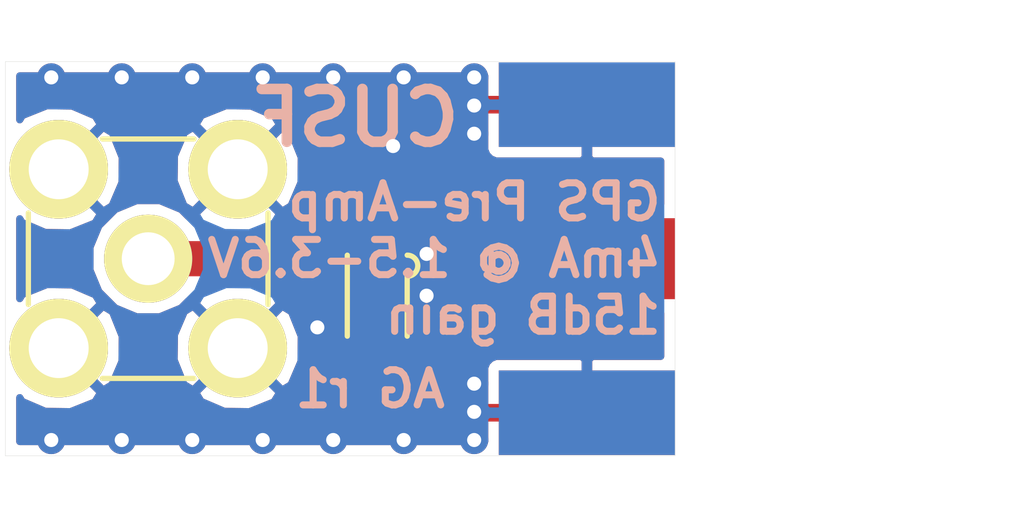
<source format=kicad_pcb>
(kicad_pcb (version 4) (host pcbnew 4.1.0-alpha+201605071002+6776~44~ubuntu14.04.1-product)

  (general
    (links 28)
    (no_connects 0)
    (area 125.594999 92.5425 155.055001 107.7425)
    (thickness 1.6)
    (drawings 7)
    (tracks 82)
    (zones 0)
    (modules 11)
    (nets 10)
  )

  (page A4)
  (title_block
    (title "GPS Filter & Preamp")
    (date 2016-05-29)
    (rev 1)
    (company "CU Spaceflight")
    (comment 1 "Drawn By: Adam Greig")
  )

  (layers
    (0 F.Cu signal)
    (31 B.Cu signal)
    (32 B.Adhes user)
    (33 F.Adhes user)
    (34 B.Paste user)
    (35 F.Paste user)
    (36 B.SilkS user)
    (37 F.SilkS user)
    (38 B.Mask user)
    (39 F.Mask user)
    (40 Dwgs.User user)
    (41 Cmts.User user)
    (42 Eco1.User user)
    (43 Eco2.User user)
    (44 Edge.Cuts user)
    (45 Margin user)
    (46 B.CrtYd user)
    (47 F.CrtYd user)
    (48 B.Fab user)
    (49 F.Fab user)
  )

  (setup
    (last_trace_width 0.25)
    (user_trace_width 0.25)
    (user_trace_width 0.4)
    (user_trace_width 0.5)
    (trace_clearance 0.2)
    (zone_clearance 0.3)
    (zone_45_only no)
    (trace_min 0.2)
    (segment_width 0.2)
    (edge_width 0.01)
    (via_size 0.6)
    (via_drill 0.4)
    (via_min_size 0.4)
    (via_min_drill 0.3)
    (user_via 0.8 0.4)
    (uvia_size 0.3)
    (uvia_drill 0.1)
    (uvias_allowed no)
    (uvia_min_size 0.2)
    (uvia_min_drill 0.1)
    (pcb_text_width 0.3)
    (pcb_text_size 1.5 1.5)
    (mod_edge_width 0.15)
    (mod_text_size 1 1)
    (mod_text_width 0.15)
    (pad_size 1.524 1.524)
    (pad_drill 0.762)
    (pad_to_mask_clearance 0)
    (aux_axis_origin 0 0)
    (visible_elements FFFFFF7F)
    (pcbplotparams
      (layerselection 0x010f0_ffffffff)
      (usegerberextensions true)
      (excludeedgelayer true)
      (linewidth 0.100000)
      (plotframeref false)
      (viasonmask false)
      (mode 1)
      (useauxorigin false)
      (hpglpennumber 1)
      (hpglpenspeed 20)
      (hpglpendiameter 15)
      (psnegative false)
      (psa4output false)
      (plotreference true)
      (plotvalue true)
      (plotinvisibletext false)
      (padsonsilk false)
      (subtractmaskfromsilk true)
      (outputformat 1)
      (mirror false)
      (drillshape 0)
      (scaleselection 1)
      (outputdirectory gerbers/))
  )

  (net 0 "")
  (net 1 "Net-(C1-Pad1)")
  (net 2 GND)
  (net 3 "Net-(C3-Pad1)")
  (net 4 "Net-(C3-Pad2)")
  (net 5 "Net-(IC1-Pad3)")
  (net 6 "Net-(IC1-Pad4)")
  (net 7 "Net-(IC1-Pad5)")
  (net 8 "Net-(L3-Pad2)")
  (net 9 "Net-(L4-Pad2)")

  (net_class Default "This is the default net class."
    (clearance 0.2)
    (trace_width 0.25)
    (via_dia 0.6)
    (via_drill 0.4)
    (uvia_dia 0.3)
    (uvia_drill 0.1)
    (add_net GND)
    (add_net "Net-(C1-Pad1)")
    (add_net "Net-(C3-Pad1)")
    (add_net "Net-(C3-Pad2)")
    (add_net "Net-(IC1-Pad3)")
    (add_net "Net-(IC1-Pad4)")
    (add_net "Net-(IC1-Pad5)")
    (add_net "Net-(L3-Pad2)")
    (add_net "Net-(L4-Pad2)")
  )

  (module agg:0402 (layer F.Cu) (tedit 56836635) (tstamp 574B4A6C)
    (at 136.5 97.65)
    (path /574B3A04)
    (fp_text reference C1 (at -1.71 0 90) (layer F.Fab)
      (effects (font (size 1 1) (thickness 0.15)))
    )
    (fp_text value 1µ (at 1.71 0 90) (layer F.Fab)
      (effects (font (size 1 1) (thickness 0.15)))
    )
    (fp_line (start -0.5 -0.25) (end 0.5 -0.25) (layer F.Fab) (width 0.01))
    (fp_line (start 0.5 -0.25) (end 0.5 0.25) (layer F.Fab) (width 0.01))
    (fp_line (start 0.5 0.25) (end -0.5 0.25) (layer F.Fab) (width 0.01))
    (fp_line (start -0.5 0.25) (end -0.5 -0.25) (layer F.Fab) (width 0.01))
    (fp_line (start -0.2 -0.25) (end -0.2 0.25) (layer F.Fab) (width 0.01))
    (fp_line (start 0.2 -0.25) (end 0.2 0.25) (layer F.Fab) (width 0.01))
    (fp_line (start -1.05 -0.6) (end 1.05 -0.6) (layer F.CrtYd) (width 0.01))
    (fp_line (start 1.05 -0.6) (end 1.05 0.6) (layer F.CrtYd) (width 0.01))
    (fp_line (start 1.05 0.6) (end -1.05 0.6) (layer F.CrtYd) (width 0.01))
    (fp_line (start -1.05 0.6) (end -1.05 -0.6) (layer F.CrtYd) (width 0.01))
    (pad 1 smd rect (at -0.45 0) (size 0.62 0.62) (layers F.Cu F.Paste F.Mask)
      (net 1 "Net-(C1-Pad1)"))
    (pad 2 smd rect (at 0.45 0) (size 0.62 0.62) (layers F.Cu F.Paste F.Mask)
      (net 2 GND))
  )

  (module agg:0402 (layer F.Cu) (tedit 56836635) (tstamp 574B4A7C)
    (at 136.5 98.85)
    (path /574B3698)
    (fp_text reference C2 (at -1.71 0 90) (layer F.Fab)
      (effects (font (size 1 1) (thickness 0.15)))
    )
    (fp_text value 100n (at 1.71 0 90) (layer F.Fab)
      (effects (font (size 1 1) (thickness 0.15)))
    )
    (fp_line (start -0.5 -0.25) (end 0.5 -0.25) (layer F.Fab) (width 0.01))
    (fp_line (start 0.5 -0.25) (end 0.5 0.25) (layer F.Fab) (width 0.01))
    (fp_line (start 0.5 0.25) (end -0.5 0.25) (layer F.Fab) (width 0.01))
    (fp_line (start -0.5 0.25) (end -0.5 -0.25) (layer F.Fab) (width 0.01))
    (fp_line (start -0.2 -0.25) (end -0.2 0.25) (layer F.Fab) (width 0.01))
    (fp_line (start 0.2 -0.25) (end 0.2 0.25) (layer F.Fab) (width 0.01))
    (fp_line (start -1.05 -0.6) (end 1.05 -0.6) (layer F.CrtYd) (width 0.01))
    (fp_line (start 1.05 -0.6) (end 1.05 0.6) (layer F.CrtYd) (width 0.01))
    (fp_line (start 1.05 0.6) (end -1.05 0.6) (layer F.CrtYd) (width 0.01))
    (fp_line (start -1.05 0.6) (end -1.05 -0.6) (layer F.CrtYd) (width 0.01))
    (pad 1 smd rect (at -0.45 0) (size 0.62 0.62) (layers F.Cu F.Paste F.Mask)
      (net 1 "Net-(C1-Pad1)"))
    (pad 2 smd rect (at 0.45 0) (size 0.62 0.62) (layers F.Cu F.Paste F.Mask)
      (net 2 GND))
  )

  (module agg:0402 (layer F.Cu) (tedit 56836635) (tstamp 574B4A8C)
    (at 138.65 102.05)
    (path /574B3B1F)
    (fp_text reference C3 (at -1.71 0 90) (layer F.Fab)
      (effects (font (size 1 1) (thickness 0.15)))
    )
    (fp_text value 200p (at 1.71 0 90) (layer F.Fab)
      (effects (font (size 1 1) (thickness 0.15)))
    )
    (fp_line (start -0.5 -0.25) (end 0.5 -0.25) (layer F.Fab) (width 0.01))
    (fp_line (start 0.5 -0.25) (end 0.5 0.25) (layer F.Fab) (width 0.01))
    (fp_line (start 0.5 0.25) (end -0.5 0.25) (layer F.Fab) (width 0.01))
    (fp_line (start -0.5 0.25) (end -0.5 -0.25) (layer F.Fab) (width 0.01))
    (fp_line (start -0.2 -0.25) (end -0.2 0.25) (layer F.Fab) (width 0.01))
    (fp_line (start 0.2 -0.25) (end 0.2 0.25) (layer F.Fab) (width 0.01))
    (fp_line (start -1.05 -0.6) (end 1.05 -0.6) (layer F.CrtYd) (width 0.01))
    (fp_line (start 1.05 -0.6) (end 1.05 0.6) (layer F.CrtYd) (width 0.01))
    (fp_line (start 1.05 0.6) (end -1.05 0.6) (layer F.CrtYd) (width 0.01))
    (fp_line (start -1.05 0.6) (end -1.05 -0.6) (layer F.CrtYd) (width 0.01))
    (pad 1 smd rect (at -0.45 0) (size 0.62 0.62) (layers F.Cu F.Paste F.Mask)
      (net 3 "Net-(C3-Pad1)"))
    (pad 2 smd rect (at 0.45 0) (size 0.62 0.62) (layers F.Cu F.Paste F.Mask)
      (net 4 "Net-(C3-Pad2)"))
  )

  (module agg:DFN-6-EP-BGM (layer F.Cu) (tedit 574B1A21) (tstamp 574B4AB9)
    (at 136.5 101.05 270)
    (path /574B34E4)
    (fp_text reference IC1 (at 0 -1.8 270) (layer F.Fab)
      (effects (font (size 1 1) (thickness 0.15)))
    )
    (fp_text value BGM1043N7 (at 0 1.8 270) (layer F.Fab)
      (effects (font (size 1 1) (thickness 0.15)))
    )
    (fp_line (start -1.15 -0.85) (end 1.15 -0.85) (layer F.Fab) (width 0.01))
    (fp_line (start 1.15 -0.85) (end 1.15 0.85) (layer F.Fab) (width 0.01))
    (fp_line (start 1.15 0.85) (end -1.15 0.85) (layer F.Fab) (width 0.01))
    (fp_line (start -1.15 0.85) (end -1.15 -0.85) (layer F.Fab) (width 0.01))
    (fp_circle (center -0.35 -0.05) (end -0.35 0.35) (layer F.Fab) (width 0.01))
    (fp_line (start -0.84 -0.6775) (end -1.15 -0.6775) (layer F.Fab) (width 0.01))
    (fp_line (start -1.15 -0.4025) (end -0.84 -0.4025) (layer F.Fab) (width 0.01))
    (fp_line (start -0.84 -0.4025) (end -0.84 -0.6775) (layer F.Fab) (width 0.01))
    (fp_line (start -0.84 -0.1375) (end -1.15 -0.1375) (layer F.Fab) (width 0.01))
    (fp_line (start -1.15 0.1375) (end -0.84 0.1375) (layer F.Fab) (width 0.01))
    (fp_line (start -0.84 0.1375) (end -0.84 -0.1375) (layer F.Fab) (width 0.01))
    (fp_line (start -0.84 0.4025) (end -1.15 0.4025) (layer F.Fab) (width 0.01))
    (fp_line (start -1.15 0.6775) (end -0.84 0.6775) (layer F.Fab) (width 0.01))
    (fp_line (start -0.84 0.6775) (end -0.84 0.4025) (layer F.Fab) (width 0.01))
    (fp_line (start 1.15 0.4025) (end 0.84 0.4025) (layer F.Fab) (width 0.01))
    (fp_line (start 0.84 0.4025) (end 0.84 0.6775) (layer F.Fab) (width 0.01))
    (fp_line (start 0.84 0.6775) (end 1.15 0.6775) (layer F.Fab) (width 0.01))
    (fp_line (start 1.15 -0.1375) (end 0.84 -0.1375) (layer F.Fab) (width 0.01))
    (fp_line (start 0.84 -0.1375) (end 0.84 0.1375) (layer F.Fab) (width 0.01))
    (fp_line (start 0.84 0.1375) (end 1.15 0.1375) (layer F.Fab) (width 0.01))
    (fp_line (start 1.15 -0.6775) (end 0.84 -0.6775) (layer F.Fab) (width 0.01))
    (fp_line (start 0.84 -0.6775) (end 0.84 -0.4025) (layer F.Fab) (width 0.01))
    (fp_line (start 0.84 -0.4025) (end 1.15 -0.4025) (layer F.Fab) (width 0.01))
    (fp_line (start -0.55 -0.85) (end 1.15 -0.85) (layer F.SilkS) (width 0.15))
    (fp_line (start -1.15 0.85) (end 1.15 0.85) (layer F.SilkS) (width 0.15))
    (fp_arc (start -0.85 -0.85) (end -1.15 -0.85) (angle 180) (layer F.SilkS) (width 0.15))
    (fp_line (start -1.6 -1.1) (end 1.6 -1.1) (layer F.CrtYd) (width 0.01))
    (fp_line (start 1.6 -1.1) (end 1.6 1.1) (layer F.CrtYd) (width 0.01))
    (fp_line (start 1.6 1.1) (end -1.6 1.1) (layer F.CrtYd) (width 0.01))
    (fp_line (start -1.6 1.1) (end -1.6 -1.1) (layer F.CrtYd) (width 0.01))
    (pad 1 smd rect (at -1.09 -0.54 270) (size 0.5 0.28) (layers F.Cu F.Paste F.Mask)
      (net 1 "Net-(C1-Pad1)"))
    (pad 2 smd rect (at -1.09 0 270) (size 0.5 0.28) (layers F.Cu F.Paste F.Mask)
      (net 1 "Net-(C1-Pad1)"))
    (pad 3 smd rect (at -1.09 0.54 270) (size 0.5 0.28) (layers F.Cu F.Paste F.Mask)
      (net 5 "Net-(IC1-Pad3)"))
    (pad 4 smd rect (at 1.09 0.54 270) (size 0.5 0.28) (layers F.Cu F.Paste F.Mask)
      (net 6 "Net-(IC1-Pad4)"))
    (pad 5 smd rect (at 1.09 0 270) (size 0.5 0.28) (layers F.Cu F.Paste F.Mask)
      (net 7 "Net-(IC1-Pad5)"))
    (pad 6 smd rect (at 1.09 -0.54 270) (size 0.5 0.28) (layers F.Cu F.Paste F.Mask)
      (net 3 "Net-(C3-Pad1)"))
    (pad EP smd rect (at -0.35 -0.35 270) (size 0.5 0.5) (layers F.Cu F.Paste)
      (net 2 GND) (solder_paste_margin 0.001))
    (pad EP smd rect (at -0.35 0.35 270) (size 0.5 0.5) (layers F.Cu F.Paste)
      (net 2 GND) (solder_paste_margin 0.001))
    (pad EP smd rect (at 0.35 -0.35 270) (size 0.5 0.5) (layers F.Cu F.Paste)
      (net 2 GND) (solder_paste_margin 0.001))
    (pad EP smd rect (at 0.35 0.35 270) (size 0.5 0.5) (layers F.Cu F.Paste)
      (net 2 GND) (solder_paste_margin 0.001))
    (pad EP smd rect (at 0 0 270) (size 1.28 1.5) (layers F.Cu F.Mask)
      (net 2 GND) (solder_mask_margin 0.001))
  )

  (module agg:0402 (layer F.Cu) (tedit 56836635) (tstamp 574B4AC9)
    (at 134.8 100.5 270)
    (path /574B367B)
    (fp_text reference L1 (at -1.71 0) (layer F.Fab)
      (effects (font (size 1 1) (thickness 0.15)))
    )
    (fp_text value 9n1 (at 1.71 0) (layer F.Fab)
      (effects (font (size 1 1) (thickness 0.15)))
    )
    (fp_line (start -0.5 -0.25) (end 0.5 -0.25) (layer F.Fab) (width 0.01))
    (fp_line (start 0.5 -0.25) (end 0.5 0.25) (layer F.Fab) (width 0.01))
    (fp_line (start 0.5 0.25) (end -0.5 0.25) (layer F.Fab) (width 0.01))
    (fp_line (start -0.5 0.25) (end -0.5 -0.25) (layer F.Fab) (width 0.01))
    (fp_line (start -0.2 -0.25) (end -0.2 0.25) (layer F.Fab) (width 0.01))
    (fp_line (start 0.2 -0.25) (end 0.2 0.25) (layer F.Fab) (width 0.01))
    (fp_line (start -1.05 -0.6) (end 1.05 -0.6) (layer F.CrtYd) (width 0.01))
    (fp_line (start 1.05 -0.6) (end 1.05 0.6) (layer F.CrtYd) (width 0.01))
    (fp_line (start 1.05 0.6) (end -1.05 0.6) (layer F.CrtYd) (width 0.01))
    (fp_line (start -1.05 0.6) (end -1.05 -0.6) (layer F.CrtYd) (width 0.01))
    (pad 1 smd rect (at -0.45 0 270) (size 0.62 0.62) (layers F.Cu F.Paste F.Mask)
      (net 5 "Net-(IC1-Pad3)"))
    (pad 2 smd rect (at 0.45 0 270) (size 0.62 0.62) (layers F.Cu F.Paste F.Mask)
      (net 2 GND))
  )

  (module agg:0402 (layer F.Cu) (tedit 56836635) (tstamp 574B4AD9)
    (at 136.5 103.25)
    (path /574B38A5)
    (fp_text reference L2 (at -1.71 0 90) (layer F.Fab)
      (effects (font (size 1 1) (thickness 0.15)))
    )
    (fp_text value 8n2 (at 1.71 0 90) (layer F.Fab)
      (effects (font (size 1 1) (thickness 0.15)))
    )
    (fp_line (start -0.5 -0.25) (end 0.5 -0.25) (layer F.Fab) (width 0.01))
    (fp_line (start 0.5 -0.25) (end 0.5 0.25) (layer F.Fab) (width 0.01))
    (fp_line (start 0.5 0.25) (end -0.5 0.25) (layer F.Fab) (width 0.01))
    (fp_line (start -0.5 0.25) (end -0.5 -0.25) (layer F.Fab) (width 0.01))
    (fp_line (start -0.2 -0.25) (end -0.2 0.25) (layer F.Fab) (width 0.01))
    (fp_line (start 0.2 -0.25) (end 0.2 0.25) (layer F.Fab) (width 0.01))
    (fp_line (start -1.05 -0.6) (end 1.05 -0.6) (layer F.CrtYd) (width 0.01))
    (fp_line (start 1.05 -0.6) (end 1.05 0.6) (layer F.CrtYd) (width 0.01))
    (fp_line (start 1.05 0.6) (end -1.05 0.6) (layer F.CrtYd) (width 0.01))
    (fp_line (start -1.05 0.6) (end -1.05 -0.6) (layer F.CrtYd) (width 0.01))
    (pad 1 smd rect (at -0.45 0) (size 0.62 0.62) (layers F.Cu F.Paste F.Mask)
      (net 6 "Net-(IC1-Pad4)"))
    (pad 2 smd rect (at 0.45 0) (size 0.62 0.62) (layers F.Cu F.Paste F.Mask)
      (net 7 "Net-(IC1-Pad5)"))
  )

  (module agg:0402 (layer F.Cu) (tedit 56836635) (tstamp 574B4AE9)
    (at 138.2 97.1 270)
    (path /574B4340)
    (fp_text reference L3 (at -1.71 0) (layer F.Fab)
      (effects (font (size 1 1) (thickness 0.15)))
    )
    (fp_text value 92n (at 1.71 0) (layer F.Fab)
      (effects (font (size 1 1) (thickness 0.15)))
    )
    (fp_line (start -0.5 -0.25) (end 0.5 -0.25) (layer F.Fab) (width 0.01))
    (fp_line (start 0.5 -0.25) (end 0.5 0.25) (layer F.Fab) (width 0.01))
    (fp_line (start 0.5 0.25) (end -0.5 0.25) (layer F.Fab) (width 0.01))
    (fp_line (start -0.5 0.25) (end -0.5 -0.25) (layer F.Fab) (width 0.01))
    (fp_line (start -0.2 -0.25) (end -0.2 0.25) (layer F.Fab) (width 0.01))
    (fp_line (start 0.2 -0.25) (end 0.2 0.25) (layer F.Fab) (width 0.01))
    (fp_line (start -1.05 -0.6) (end 1.05 -0.6) (layer F.CrtYd) (width 0.01))
    (fp_line (start 1.05 -0.6) (end 1.05 0.6) (layer F.CrtYd) (width 0.01))
    (fp_line (start 1.05 0.6) (end -1.05 0.6) (layer F.CrtYd) (width 0.01))
    (fp_line (start -1.05 0.6) (end -1.05 -0.6) (layer F.CrtYd) (width 0.01))
    (pad 1 smd rect (at -0.45 0 270) (size 0.62 0.62) (layers F.Cu F.Paste F.Mask)
      (net 1 "Net-(C1-Pad1)"))
    (pad 2 smd rect (at 0.45 0 270) (size 0.62 0.62) (layers F.Cu F.Paste F.Mask)
      (net 8 "Net-(L3-Pad2)"))
  )

  (module agg:0402 (layer F.Cu) (tedit 56836635) (tstamp 574B4AF9)
    (at 138.65 98.75)
    (path /574B3CD1)
    (fp_text reference L4 (at -1.71 0 90) (layer F.Fab)
      (effects (font (size 1 1) (thickness 0.15)))
    )
    (fp_text value 92n (at 1.71 0 90) (layer F.Fab)
      (effects (font (size 1 1) (thickness 0.15)))
    )
    (fp_line (start -0.5 -0.25) (end 0.5 -0.25) (layer F.Fab) (width 0.01))
    (fp_line (start 0.5 -0.25) (end 0.5 0.25) (layer F.Fab) (width 0.01))
    (fp_line (start 0.5 0.25) (end -0.5 0.25) (layer F.Fab) (width 0.01))
    (fp_line (start -0.5 0.25) (end -0.5 -0.25) (layer F.Fab) (width 0.01))
    (fp_line (start -0.2 -0.25) (end -0.2 0.25) (layer F.Fab) (width 0.01))
    (fp_line (start 0.2 -0.25) (end 0.2 0.25) (layer F.Fab) (width 0.01))
    (fp_line (start -1.05 -0.6) (end 1.05 -0.6) (layer F.CrtYd) (width 0.01))
    (fp_line (start 1.05 -0.6) (end 1.05 0.6) (layer F.CrtYd) (width 0.01))
    (fp_line (start 1.05 0.6) (end -1.05 0.6) (layer F.CrtYd) (width 0.01))
    (fp_line (start -1.05 0.6) (end -1.05 -0.6) (layer F.CrtYd) (width 0.01))
    (pad 1 smd rect (at -0.45 0) (size 0.62 0.62) (layers F.Cu F.Paste F.Mask)
      (net 8 "Net-(L3-Pad2)"))
    (pad 2 smd rect (at 0.45 0) (size 0.62 0.62) (layers F.Cu F.Paste F.Mask)
      (net 9 "Net-(L4-Pad2)"))
  )

  (module agg:0402 (layer F.Cu) (tedit 56836635) (tstamp 574B4B09)
    (at 139.1 100.4 270)
    (path /574B3BD7)
    (fp_text reference L5 (at -1.71 0) (layer F.Fab)
      (effects (font (size 1 1) (thickness 0.15)))
    )
    (fp_text value 92n (at 1.71 0) (layer F.Fab)
      (effects (font (size 1 1) (thickness 0.15)))
    )
    (fp_line (start -0.5 -0.25) (end 0.5 -0.25) (layer F.Fab) (width 0.01))
    (fp_line (start 0.5 -0.25) (end 0.5 0.25) (layer F.Fab) (width 0.01))
    (fp_line (start 0.5 0.25) (end -0.5 0.25) (layer F.Fab) (width 0.01))
    (fp_line (start -0.5 0.25) (end -0.5 -0.25) (layer F.Fab) (width 0.01))
    (fp_line (start -0.2 -0.25) (end -0.2 0.25) (layer F.Fab) (width 0.01))
    (fp_line (start 0.2 -0.25) (end 0.2 0.25) (layer F.Fab) (width 0.01))
    (fp_line (start -1.05 -0.6) (end 1.05 -0.6) (layer F.CrtYd) (width 0.01))
    (fp_line (start 1.05 -0.6) (end 1.05 0.6) (layer F.CrtYd) (width 0.01))
    (fp_line (start 1.05 0.6) (end -1.05 0.6) (layer F.CrtYd) (width 0.01))
    (fp_line (start -1.05 0.6) (end -1.05 -0.6) (layer F.CrtYd) (width 0.01))
    (pad 1 smd rect (at -0.45 0 270) (size 0.62 0.62) (layers F.Cu F.Paste F.Mask)
      (net 9 "Net-(L4-Pad2)"))
    (pad 2 smd rect (at 0.45 0 270) (size 0.62 0.62) (layers F.Cu F.Paste F.Mask)
      (net 4 "Net-(C3-Pad2)"))
  )

  (module agg:SMA-PTH (layer F.Cu) (tedit 574B4554) (tstamp 574B4B53)
    (at 130 100)
    (path /574B353C)
    (fp_text reference P2 (at 0.05 -4.75) (layer F.Fab)
      (effects (font (size 1 1) (thickness 0.15)))
    )
    (fp_text value ANTENNA (at 0 4.85) (layer F.Fab)
      (effects (font (size 1 1) (thickness 0.15)))
    )
    (fp_line (start -1.3 3.4) (end 1.3 3.4) (layer F.SilkS) (width 0.15))
    (fp_line (start -3.4 -1.3) (end -3.4 1.3) (layer F.SilkS) (width 0.15))
    (fp_line (start 3.4 -1.3) (end 3.4 1.3) (layer F.SilkS) (width 0.15))
    (fp_line (start -1.3 -3.4) (end 1.3 -3.4) (layer F.SilkS) (width 0.15))
    (fp_line (start -4.2 4.2) (end -4.2 -4.2) (layer F.CrtYd) (width 0.01))
    (fp_line (start 4.2 4.2) (end -4.2 4.2) (layer F.CrtYd) (width 0.01))
    (fp_line (start 4.2 -4.2) (end 4.2 4.2) (layer F.CrtYd) (width 0.01))
    (fp_line (start -4.2 -4.2) (end 4.2 -4.2) (layer F.CrtYd) (width 0.01))
    (fp_line (start 2.05 3.05) (end 2.05 2.05) (layer F.Fab) (width 0.01))
    (fp_line (start 3.05 3.05) (end 2.05 3.05) (layer F.Fab) (width 0.01))
    (fp_line (start 3.05 2.05) (end 3.05 3.05) (layer F.Fab) (width 0.01))
    (fp_line (start 2.05 2.05) (end 3.05 2.05) (layer F.Fab) (width 0.01))
    (fp_line (start -3.05 3.05) (end -3.05 2.05) (layer F.Fab) (width 0.01))
    (fp_line (start -2.05 3.05) (end -3.05 3.05) (layer F.Fab) (width 0.01))
    (fp_line (start -2.05 2.05) (end -2.05 3.05) (layer F.Fab) (width 0.01))
    (fp_line (start -3.05 2.05) (end -2.05 2.05) (layer F.Fab) (width 0.01))
    (fp_line (start -3.05 -2.05) (end -3.05 -3.05) (layer F.Fab) (width 0.01))
    (fp_line (start -2.05 -2.05) (end -3.05 -2.05) (layer F.Fab) (width 0.01))
    (fp_line (start -2.05 -3.05) (end -2.05 -2.05) (layer F.Fab) (width 0.01))
    (fp_line (start -3.05 -3.05) (end -2.05 -3.05) (layer F.Fab) (width 0.01))
    (fp_line (start 2.05 -2.05) (end 2.05 -3.05) (layer F.Fab) (width 0.01))
    (fp_line (start 3.05 -2.05) (end 2.05 -2.05) (layer F.Fab) (width 0.01))
    (fp_line (start 3.05 -3.05) (end 3.05 -2.05) (layer F.Fab) (width 0.01))
    (fp_line (start 2.05 -3.05) (end 3.05 -3.05) (layer F.Fab) (width 0.01))
    (fp_circle (center 0 0) (end 0.65 0) (layer F.Fab) (width 0.01))
    (fp_line (start 3.5 -3.5) (end 3.5 3.5) (layer F.Fab) (width 0.01))
    (fp_line (start -3.5 -3.5) (end 3.5 -3.5) (layer F.Fab) (width 0.01))
    (fp_line (start -3.5 3.5) (end -3.5 -3.5) (layer F.Fab) (width 0.01))
    (fp_line (start 3.5 3.5) (end -3.5 3.5) (layer F.Fab) (width 0.01))
    (pad 1 thru_hole circle (at 0 0) (size 2.5 2.5) (drill 1.5) (layers *.Cu *.Mask F.SilkS)
      (net 5 "Net-(IC1-Pad3)"))
    (pad 2 thru_hole circle (at 2.54 2.54) (size 2.8 2.8) (drill 1.7) (layers *.Cu *.Mask F.SilkS)
      (net 2 GND))
    (pad 2 thru_hole circle (at 2.54 -2.54) (size 2.8 2.8) (drill 1.7) (layers *.Cu *.Mask F.SilkS)
      (net 2 GND))
    (pad 2 thru_hole circle (at -2.54 2.54) (size 2.8 2.8) (drill 1.7) (layers *.Cu *.Mask F.SilkS)
      (net 2 GND))
    (pad 2 thru_hole circle (at -2.54 -2.54) (size 2.8 2.8) (drill 1.7) (layers *.Cu *.Mask F.SilkS)
      (net 2 GND))
  )

  (module agg:SMA-EDGE (layer F.Cu) (tedit 574B4431) (tstamp 574B4B77)
    (at 142.45 100 270)
    (path /574B3587)
    (fp_text reference P3 (at -6.5 0) (layer F.Fab)
      (effects (font (size 1 1) (thickness 0.15)))
    )
    (fp_text value RECEIVER (at 6.65 0) (layer F.Fab)
      (effects (font (size 1 1) (thickness 0.15)))
    )
    (fp_line (start -5.85 -12.4) (end -5.85 2.75) (layer F.CrtYd) (width 0.01))
    (fp_line (start 5.85 -12.4) (end -5.85 -12.4) (layer F.CrtYd) (width 0.01))
    (fp_line (start 5.85 2.75) (end 5.85 -12.4) (layer F.CrtYd) (width 0.01))
    (fp_line (start -5.85 2.75) (end 5.85 2.75) (layer F.CrtYd) (width 0.01))
    (fp_line (start 3.25 -7.5) (end -3.25 -7) (layer F.Fab) (width 0.01))
    (fp_line (start 3.25 -8.5) (end -3.25 -8) (layer F.Fab) (width 0.01))
    (fp_line (start 3.25 -9.5) (end -3.25 -9) (layer F.Fab) (width 0.01))
    (fp_line (start 3.25 -10.5) (end -3.25 -10) (layer F.Fab) (width 0.01))
    (fp_line (start 3.25 -6.15) (end -3.25 -6.15) (layer F.Fab) (width 0.01))
    (fp_line (start 3.25 -12.15) (end 3.25 -6.15) (layer F.Fab) (width 0.01))
    (fp_line (start -3.25 -12.15) (end 3.25 -12.15) (layer F.Fab) (width 0.01))
    (fp_line (start -3.25 -6.15) (end -3.25 -12.15) (layer F.Fab) (width 0.01))
    (fp_line (start 2.5 -6.15) (end 2.5 -4.15) (layer F.Fab) (width 0.01))
    (fp_line (start -2.5 -4.15) (end -2.5 -6.15) (layer F.Fab) (width 0.01))
    (fp_line (start 3.75 2.25) (end 3.75 -2.5) (layer F.Fab) (width 0.01))
    (fp_line (start 4.75 2.25) (end 3.75 2.25) (layer F.Fab) (width 0.01))
    (fp_line (start 4.75 -2.5) (end 4.75 2.25) (layer F.Fab) (width 0.01))
    (fp_line (start -3.75 2.25) (end -3.75 -2.5) (layer F.Fab) (width 0.01))
    (fp_line (start -4.75 2.25) (end -3.75 2.25) (layer F.Fab) (width 0.01))
    (fp_line (start -4.75 -2.5) (end -4.75 2.25) (layer F.Fab) (width 0.01))
    (fp_line (start 0.4 2.25) (end 0.4 -2.5) (layer F.Fab) (width 0.01))
    (fp_line (start -0.4 2.25) (end 0.4 2.25) (layer F.Fab) (width 0.01))
    (fp_line (start -0.4 -2.5) (end -0.4 2.25) (layer F.Fab) (width 0.01))
    (fp_line (start 4.75 -4.15) (end 4.75 -2.5) (layer F.Fab) (width 0.01))
    (fp_line (start -4.75 -4.15) (end 4.75 -4.15) (layer F.Fab) (width 0.01))
    (fp_line (start -4.75 -2.5) (end -4.75 -4.15) (layer F.Fab) (width 0.01))
    (fp_line (start -4.75 -2.5) (end 4.75 -2.5) (layer F.Fab) (width 0.01))
    (pad 1 smd rect (at 0 0 270) (size 2.3 5) (layers F.Cu F.Paste F.Mask)
      (net 4 "Net-(C3-Pad2)"))
    (pad 2 smd rect (at 4.375 0 270) (size 2.4 5) (layers B.Cu B.Paste B.Mask)
      (net 2 GND))
    (pad 2 smd rect (at -4.375 0 270) (size 2.4 5) (layers B.Cu B.Paste B.Mask)
      (net 2 GND))
    (pad 2 smd rect (at -4.375 0 270) (size 2.4 5) (layers F.Cu F.Paste F.Mask)
      (net 2 GND))
    (pad 2 smd rect (at 4.375 0 270) (size 2.4 5) (layers F.Cu F.Paste F.Mask)
      (net 2 GND))
  )

  (gr_text CUSF (at 135.9 96) (layer B.SilkS)
    (effects (font (size 1.5 1.5) (thickness 0.3)) (justify mirror))
  )
  (gr_text "AG r1" (at 136.3 103.7) (layer B.SilkS)
    (effects (font (size 1 1) (thickness 0.2)) (justify mirror))
  )
  (gr_text "GPS Pre-Amp\n4mA @ 1.5-3.6V\n15dB gain" (at 144.65 100) (layer B.SilkS)
    (effects (font (size 1 1) (thickness 0.2)) (justify left mirror))
  )
  (gr_line (start 144.95 105.6) (end 144.95 94.4) (layer Edge.Cuts) (width 0.01))
  (gr_line (start 125.95 105.6) (end 144.95 105.6) (layer Edge.Cuts) (width 0.01))
  (gr_line (start 125.95 94.4) (end 125.95 105.6) (layer Edge.Cuts) (width 0.01))
  (gr_line (start 144.95 94.4) (end 125.95 94.4) (layer Edge.Cuts) (width 0.01))

  (segment (start 138.2 96.65) (end 137.499999 95.949999) (width 0.5) (layer F.Cu) (net 1))
  (segment (start 137.499999 95.949999) (end 136.541999 95.949999) (width 0.5) (layer F.Cu) (net 1))
  (segment (start 136.541999 95.949999) (end 136.05 96.441998) (width 0.5) (layer F.Cu) (net 1))
  (segment (start 136.05 96.441998) (end 136.05 96.84) (width 0.5) (layer F.Cu) (net 1))
  (segment (start 136.05 96.84) (end 136.05 97.65) (width 0.5) (layer F.Cu) (net 1))
  (segment (start 137.04 99.96) (end 137.04 99.64) (width 0.25) (layer F.Cu) (net 1))
  (segment (start 137.04 99.64) (end 136.924998 99.524998) (width 0.25) (layer F.Cu) (net 1))
  (segment (start 136.924998 99.524998) (end 136.5 99.524998) (width 0.25) (layer F.Cu) (net 1))
  (segment (start 136.5 99.96) (end 136.5 99.524998) (width 0.25) (layer F.Cu) (net 1))
  (segment (start 136.5 99.524998) (end 136.05 99.074998) (width 0.25) (layer F.Cu) (net 1))
  (segment (start 136.05 99.074998) (end 136.05 98.85) (width 0.25) (layer F.Cu) (net 1))
  (segment (start 136.05 97.65) (end 136.05 98.85) (width 0.4) (layer F.Cu) (net 1))
  (segment (start 129.25 94.85) (end 127.25 94.85) (width 0.25) (layer B.Cu) (net 2))
  (via (at 127.25 94.85) (size 0.8) (drill 0.4) (layers F.Cu B.Cu) (net 2))
  (segment (start 131.25 94.85) (end 129.25 94.85) (width 0.25) (layer F.Cu) (net 2))
  (via (at 129.25 94.85) (size 0.8) (drill 0.4) (layers F.Cu B.Cu) (net 2))
  (segment (start 133.25 94.85) (end 131.25 94.85) (width 0.25) (layer B.Cu) (net 2))
  (via (at 131.25 94.85) (size 0.8) (drill 0.4) (layers F.Cu B.Cu) (net 2))
  (segment (start 135.25 94.85) (end 133.25 94.85) (width 0.25) (layer F.Cu) (net 2))
  (via (at 133.25 94.85) (size 0.8) (drill 0.4) (layers F.Cu B.Cu) (net 2))
  (segment (start 137.25 94.85) (end 135.25 94.85) (width 0.25) (layer B.Cu) (net 2))
  (via (at 135.25 94.85) (size 0.8) (drill 0.4) (layers F.Cu B.Cu) (net 2))
  (segment (start 139.25 94.85) (end 137.25 94.85) (width 0.25) (layer F.Cu) (net 2))
  (via (at 137.25 94.85) (size 0.8) (drill 0.4) (layers F.Cu B.Cu) (net 2))
  (segment (start 139.25 94.85) (end 139.25 95.65) (width 0.25) (layer F.Cu) (net 2))
  (segment (start 129.25 105.15) (end 127.25 105.15) (width 0.25) (layer B.Cu) (net 2))
  (via (at 127.25 105.15) (size 0.8) (drill 0.4) (layers F.Cu B.Cu) (net 2))
  (segment (start 131.25 105.15) (end 129.25 105.15) (width 0.25) (layer F.Cu) (net 2))
  (via (at 129.25 105.15) (size 0.8) (drill 0.4) (layers F.Cu B.Cu) (net 2))
  (segment (start 133.25 105.15) (end 131.25 105.15) (width 0.25) (layer B.Cu) (net 2))
  (via (at 131.25 105.15) (size 0.8) (drill 0.4) (layers F.Cu B.Cu) (net 2))
  (segment (start 135.25 105.15) (end 133.25 105.15) (width 0.25) (layer F.Cu) (net 2))
  (via (at 133.25 105.15) (size 0.8) (drill 0.4) (layers F.Cu B.Cu) (net 2))
  (segment (start 137.25 105.15) (end 135.25 105.15) (width 0.25) (layer B.Cu) (net 2))
  (via (at 135.25 105.15) (size 0.8) (drill 0.4) (layers F.Cu B.Cu) (net 2))
  (segment (start 139.25 105.15) (end 137.25 105.15) (width 0.25) (layer F.Cu) (net 2))
  (via (at 137.25 105.15) (size 0.8) (drill 0.4) (layers F.Cu B.Cu) (net 2))
  (segment (start 137.9 101.05) (end 137.9 99.86359) (width 0.25) (layer F.Cu) (net 2))
  (via (at 137.9 99.86359) (size 0.8) (drill 0.4) (layers F.Cu B.Cu) (net 2))
  (segment (start 136.95 98.85) (end 136.95 98.91359) (width 0.25) (layer F.Cu) (net 2))
  (segment (start 136.95 98.91359) (end 137.9 99.86359) (width 0.25) (layer F.Cu) (net 2))
  (segment (start 136.95 97.65) (end 136.95 96.8) (width 0.5) (layer F.Cu) (net 2))
  (via (at 136.95 96.8) (size 0.8) (drill 0.4) (layers F.Cu B.Cu) (net 2))
  (segment (start 136.5 101.05) (end 137.9 101.05) (width 0.5) (layer F.Cu) (net 2))
  (via (at 137.9 101.05) (size 0.8) (drill 0.4) (layers F.Cu B.Cu) (net 2))
  (segment (start 134.8 100.95) (end 136.4 100.95) (width 0.5) (layer F.Cu) (net 2))
  (segment (start 136.4 100.95) (end 136.5 101.05) (width 0.5) (layer F.Cu) (net 2))
  (segment (start 134.8 100.95) (end 134.8 101.95) (width 0.5) (layer F.Cu) (net 2))
  (via (at 134.8 101.95) (size 0.8) (drill 0.4) (layers F.Cu B.Cu) (net 2))
  (segment (start 139.25 104.35) (end 139.25 105.15) (width 0.5) (layer B.Cu) (net 2))
  (via (at 139.25 105.15) (size 0.8) (drill 0.4) (layers F.Cu B.Cu) (net 2))
  (segment (start 139.25 104.35) (end 139.25 103.55) (width 0.5) (layer F.Cu) (net 2))
  (via (at 139.25 103.55) (size 0.8) (drill 0.4) (layers F.Cu B.Cu) (net 2))
  (segment (start 142.45 104.375) (end 139.275 104.375) (width 0.5) (layer F.Cu) (net 2))
  (segment (start 139.275 104.375) (end 139.25 104.35) (width 0.5) (layer F.Cu) (net 2))
  (via (at 139.25 104.35) (size 0.8) (drill 0.4) (layers F.Cu B.Cu) (net 2))
  (segment (start 139.25 95.6) (end 139.25 96.4) (width 0.5) (layer B.Cu) (net 2))
  (via (at 139.25 96.45) (size 0.8) (drill 0.4) (layers F.Cu B.Cu) (net 2))
  (via (at 139.25 94.85) (size 0.8) (drill 0.4) (layers F.Cu B.Cu) (net 2))
  (segment (start 142.45 95.625) (end 139.275 95.625) (width 0.5) (layer F.Cu) (net 2))
  (segment (start 139.275 95.625) (end 139.25 95.6) (width 0.5) (layer F.Cu) (net 2))
  (via (at 139.25 95.65) (size 0.8) (drill 0.4) (layers F.Cu B.Cu) (net 2))
  (segment (start 137.04 102.14) (end 137.14 102.14) (width 0.25) (layer F.Cu) (net 3))
  (segment (start 137.14 102.14) (end 138.11 102.14) (width 0.4) (layer F.Cu) (net 3))
  (segment (start 138.11 102.14) (end 138.2 102.05) (width 0.4) (layer F.Cu) (net 3))
  (segment (start 139.1 100.85) (end 139.1 102.05) (width 0.5) (layer F.Cu) (net 4))
  (segment (start 139.1 100.85) (end 141.6 100.85) (width 0.5) (layer F.Cu) (net 4))
  (segment (start 141.6 100.85) (end 142.45 100) (width 0.5) (layer F.Cu) (net 4))
  (segment (start 134.15 100) (end 134.2 100.05) (width 0.25) (layer F.Cu) (net 5))
  (segment (start 134.2 100.05) (end 134.8 100.05) (width 0.25) (layer F.Cu) (net 5))
  (segment (start 135.81 99.96) (end 134.79 99.96) (width 0.45) (layer F.Cu) (net 5))
  (segment (start 135.96 99.96) (end 135.81 99.96) (width 0.25) (layer F.Cu) (net 5))
  (segment (start 130 100) (end 134.15 100) (width 1) (layer F.Cu) (net 5))
  (segment (start 134.89 99.96) (end 134.8 100.05) (width 0.4) (layer F.Cu) (net 5))
  (segment (start 134.75 100) (end 134.8 100.05) (width 0.5) (layer F.Cu) (net 5))
  (segment (start 135.96 102.14) (end 135.96 103.16) (width 0.25) (layer F.Cu) (net 6))
  (segment (start 135.96 103.16) (end 136.05 103.25) (width 0.25) (layer F.Cu) (net 6))
  (segment (start 136.95 103.25) (end 136.95 103.025002) (width 0.25) (layer F.Cu) (net 7))
  (segment (start 136.95 103.025002) (end 136.5 102.575002) (width 0.25) (layer F.Cu) (net 7))
  (segment (start 136.5 102.575002) (end 136.5 102.14) (width 0.25) (layer F.Cu) (net 7))
  (segment (start 138.2 97.55) (end 138.2 98.75) (width 0.5) (layer F.Cu) (net 8))
  (segment (start 139.1 98.75) (end 139.1 99.95) (width 0.5) (layer F.Cu) (net 9))

  (zone (net 2) (net_name GND) (layer B.Cu) (tstamp 0) (hatch edge 0.508)
    (connect_pads (clearance 0.3))
    (min_thickness 0.2)
    (fill yes (arc_segments 16) (thermal_gap 0.3) (thermal_bridge_width 0.3))
    (polygon
      (pts
        (xy 125.95 94.4) (xy 144.95 94.4) (xy 144.95 105.6) (xy 125.95 105.6)
      )
    )
    (filled_polygon
      (pts
        (xy 139.55 95.475) (xy 139.65 95.575) (xy 142.4 95.575) (xy 142.4 95.555) (xy 142.5 95.555)
        (xy 142.5 95.575) (xy 142.52 95.575) (xy 142.52 95.675) (xy 142.5 95.675) (xy 142.5 97.125)
        (xy 142.6 97.225) (xy 144.545 97.225) (xy 144.545 102.775) (xy 142.6 102.775) (xy 142.5 102.875)
        (xy 142.5 104.325) (xy 142.52 104.325) (xy 142.52 104.425) (xy 142.5 104.425) (xy 142.5 104.445)
        (xy 142.4 104.445) (xy 142.4 104.425) (xy 139.65 104.425) (xy 139.55 104.525) (xy 139.55 105.195)
        (xy 126.355 105.195) (xy 126.355 103.943369) (xy 126.422109 104.053598) (xy 127.080343 104.335566) (xy 127.796376 104.344175)
        (xy 128.461199 104.078115) (xy 128.497891 104.053598) (xy 128.651152 103.801862) (xy 131.348848 103.801862) (xy 131.502109 104.053598)
        (xy 132.160343 104.335566) (xy 132.876376 104.344175) (xy 133.541199 104.078115) (xy 133.577891 104.053598) (xy 133.731152 103.801862)
        (xy 132.54 102.610711) (xy 131.348848 103.801862) (xy 128.651152 103.801862) (xy 127.46 102.610711) (xy 127.445858 102.624853)
        (xy 127.375147 102.554142) (xy 127.389289 102.54) (xy 127.530711 102.54) (xy 128.721862 103.731152) (xy 128.973598 103.577891)
        (xy 129.255566 102.919657) (xy 129.256086 102.876376) (xy 130.735825 102.876376) (xy 131.001885 103.541199) (xy 131.026402 103.577891)
        (xy 131.278138 103.731152) (xy 132.469289 102.54) (xy 132.610711 102.54) (xy 133.801862 103.731152) (xy 134.053598 103.577891)
        (xy 134.260267 103.095435) (xy 139.55 103.095435) (xy 139.55 104.225) (xy 139.65 104.325) (xy 142.4 104.325)
        (xy 142.4 102.875) (xy 142.3 102.775) (xy 139.870435 102.775) (xy 139.723418 102.835896) (xy 139.610896 102.948418)
        (xy 139.55 103.095435) (xy 134.260267 103.095435) (xy 134.335566 102.919657) (xy 134.344175 102.203624) (xy 134.078115 101.538801)
        (xy 134.053598 101.502109) (xy 133.801862 101.348848) (xy 132.610711 102.54) (xy 132.469289 102.54) (xy 131.278138 101.348848)
        (xy 131.026402 101.502109) (xy 130.744434 102.160343) (xy 130.735825 102.876376) (xy 129.256086 102.876376) (xy 129.264175 102.203624)
        (xy 128.998115 101.538801) (xy 128.973598 101.502109) (xy 128.721862 101.348848) (xy 127.530711 102.54) (xy 127.389289 102.54)
        (xy 127.375147 102.525858) (xy 127.445858 102.455147) (xy 127.46 102.469289) (xy 128.651152 101.278138) (xy 128.497891 101.026402)
        (xy 127.839657 100.744434) (xy 127.123624 100.735825) (xy 126.458801 101.001885) (xy 126.422109 101.026402) (xy 126.355 101.136631)
        (xy 126.355 100.326765) (xy 128.349715 100.326765) (xy 128.600383 100.933429) (xy 129.06413 101.397986) (xy 129.670355 101.649713)
        (xy 130.326765 101.650285) (xy 130.933429 101.399617) (xy 131.05512 101.278138) (xy 131.348848 101.278138) (xy 132.54 102.469289)
        (xy 133.731152 101.278138) (xy 133.577891 101.026402) (xy 132.919657 100.744434) (xy 132.203624 100.735825) (xy 131.538801 101.001885)
        (xy 131.502109 101.026402) (xy 131.348848 101.278138) (xy 131.05512 101.278138) (xy 131.397986 100.93587) (xy 131.649713 100.329645)
        (xy 131.650285 99.673235) (xy 131.399617 99.066571) (xy 131.05551 98.721862) (xy 131.348848 98.721862) (xy 131.502109 98.973598)
        (xy 132.160343 99.255566) (xy 132.876376 99.264175) (xy 133.541199 98.998115) (xy 133.577891 98.973598) (xy 133.731152 98.721862)
        (xy 132.54 97.530711) (xy 131.348848 98.721862) (xy 131.05551 98.721862) (xy 130.93587 98.602014) (xy 130.329645 98.350287)
        (xy 129.673235 98.349715) (xy 129.066571 98.600383) (xy 128.602014 99.06413) (xy 128.350287 99.670355) (xy 128.349715 100.326765)
        (xy 126.355 100.326765) (xy 126.355 98.863369) (xy 126.422109 98.973598) (xy 127.080343 99.255566) (xy 127.796376 99.264175)
        (xy 128.461199 98.998115) (xy 128.497891 98.973598) (xy 128.651152 98.721862) (xy 127.46 97.530711) (xy 127.445858 97.544853)
        (xy 127.375147 97.474142) (xy 127.389289 97.46) (xy 127.530711 97.46) (xy 128.721862 98.651152) (xy 128.973598 98.497891)
        (xy 129.255566 97.839657) (xy 129.256086 97.796376) (xy 130.735825 97.796376) (xy 131.001885 98.461199) (xy 131.026402 98.497891)
        (xy 131.278138 98.651152) (xy 132.469289 97.46) (xy 132.610711 97.46) (xy 133.801862 98.651152) (xy 134.053598 98.497891)
        (xy 134.335566 97.839657) (xy 134.344175 97.123624) (xy 134.078115 96.458801) (xy 134.053598 96.422109) (xy 133.801862 96.268848)
        (xy 132.610711 97.46) (xy 132.469289 97.46) (xy 131.278138 96.268848) (xy 131.026402 96.422109) (xy 130.744434 97.080343)
        (xy 130.735825 97.796376) (xy 129.256086 97.796376) (xy 129.264175 97.123624) (xy 128.998115 96.458801) (xy 128.973598 96.422109)
        (xy 128.721862 96.268848) (xy 127.530711 97.46) (xy 127.389289 97.46) (xy 127.375147 97.445858) (xy 127.445858 97.375147)
        (xy 127.46 97.389289) (xy 128.651152 96.198138) (xy 131.348848 96.198138) (xy 132.54 97.389289) (xy 133.731152 96.198138)
        (xy 133.577891 95.946402) (xy 133.177766 95.775) (xy 139.55 95.775) (xy 139.55 96.904565) (xy 139.610896 97.051582)
        (xy 139.723418 97.164104) (xy 139.870435 97.225) (xy 142.3 97.225) (xy 142.4 97.125) (xy 142.4 95.675)
        (xy 139.65 95.675) (xy 139.55 95.775) (xy 133.177766 95.775) (xy 132.919657 95.664434) (xy 132.203624 95.655825)
        (xy 131.538801 95.921885) (xy 131.502109 95.946402) (xy 131.348848 96.198138) (xy 128.651152 96.198138) (xy 128.497891 95.946402)
        (xy 127.839657 95.664434) (xy 127.123624 95.655825) (xy 126.458801 95.921885) (xy 126.422109 95.946402) (xy 126.355 96.056631)
        (xy 126.355 94.805) (xy 139.55 94.805)
      )
    )
  )
  (zone (net 2) (net_name GND) (layer F.Cu) (tstamp 574B51C9) (hatch edge 0.508)
    (connect_pads (clearance 0.3))
    (min_thickness 0.2)
    (fill yes (arc_segments 16) (thermal_gap 0.3) (thermal_bridge_width 0.3))
    (polygon
      (pts
        (xy 125.95 94.4) (xy 144.95 94.4) (xy 144.95 105.6) (xy 125.95 105.6)
      )
    )
    (filled_polygon
      (pts
        (xy 139.55 95.475) (xy 139.65 95.575) (xy 142.4 95.575) (xy 142.4 95.555) (xy 142.5 95.555)
        (xy 142.5 95.575) (xy 142.52 95.575) (xy 142.52 95.675) (xy 142.5 95.675) (xy 142.5 97.125)
        (xy 142.6 97.225) (xy 144.545 97.225) (xy 144.545 98.442164) (xy 139.95 98.442164) (xy 139.817836 98.468453)
        (xy 139.817836 98.44) (xy 139.786791 98.283928) (xy 139.698384 98.151616) (xy 139.566072 98.063209) (xy 139.41 98.032164)
        (xy 138.876039 98.032164) (xy 138.886791 98.016072) (xy 138.917836 97.86) (xy 138.917836 97.24) (xy 138.889988 97.1)
        (xy 138.917836 96.96) (xy 138.917836 96.34) (xy 138.886791 96.183928) (xy 138.798384 96.051616) (xy 138.666072 95.963209)
        (xy 138.51 95.932164) (xy 138.401402 95.932164) (xy 138.244238 95.775) (xy 139.55 95.775) (xy 139.55 96.904565)
        (xy 139.610896 97.051582) (xy 139.723418 97.164104) (xy 139.870435 97.225) (xy 142.3 97.225) (xy 142.4 97.125)
        (xy 142.4 95.675) (xy 139.65 95.675) (xy 139.55 95.775) (xy 138.244238 95.775) (xy 137.959618 95.49038)
        (xy 137.748744 95.349477) (xy 137.707475 95.341268) (xy 137.499999 95.299999) (xy 136.541999 95.299999) (xy 136.293255 95.349477)
        (xy 136.08238 95.490379) (xy 135.590381 95.982379) (xy 135.449478 96.193253) (xy 135.448386 96.198743) (xy 135.4 96.441998)
        (xy 135.4 97.128866) (xy 135.363209 97.183928) (xy 135.332164 97.34) (xy 135.332164 97.96) (xy 135.363209 98.116072)
        (xy 135.45 98.245965) (xy 135.45 98.254035) (xy 135.363209 98.383928) (xy 135.332164 98.54) (xy 135.332164 98.8)
        (xy 133.68358 98.8) (xy 133.731152 98.721862) (xy 132.54 97.530711) (xy 131.348848 98.721862) (xy 131.39642 98.8)
        (xy 131.133511 98.8) (xy 130.93587 98.602014) (xy 130.329645 98.350287) (xy 129.673235 98.349715) (xy 129.066571 98.600383)
        (xy 128.602014 99.06413) (xy 128.350287 99.670355) (xy 128.349715 100.326765) (xy 128.600383 100.933429) (xy 129.06413 101.397986)
        (xy 129.670355 101.649713) (xy 130.326765 101.650285) (xy 130.933429 101.399617) (xy 131.133395 101.2) (xy 131.39642 101.2)
        (xy 131.348848 101.278138) (xy 132.54 102.469289) (xy 133.731152 101.278138) (xy 133.68358 101.2) (xy 134.09 101.2)
        (xy 134.09 101.339565) (xy 134.150896 101.486582) (xy 134.263418 101.599104) (xy 134.410435 101.66) (xy 134.65 101.66)
        (xy 134.75 101.56) (xy 134.75 101) (xy 134.73 101) (xy 134.73 100.9) (xy 134.75 100.9)
        (xy 134.75 100.88) (xy 134.85 100.88) (xy 134.85 100.9) (xy 134.87 100.9) (xy 134.87 101)
        (xy 134.85 101) (xy 134.85 101.56) (xy 134.95 101.66) (xy 135.189565 101.66) (xy 135.336582 101.599104)
        (xy 135.35 101.585686) (xy 135.35 101.769565) (xy 135.410896 101.916582) (xy 135.412164 101.91785) (xy 135.412164 102.39)
        (xy 135.435 102.504803) (xy 135.435 102.676484) (xy 135.363209 102.783928) (xy 135.332164 102.94) (xy 135.332164 103.56)
        (xy 135.363209 103.716072) (xy 135.451616 103.848384) (xy 135.583928 103.936791) (xy 135.74 103.967836) (xy 136.36 103.967836)
        (xy 136.5 103.939988) (xy 136.64 103.967836) (xy 137.26 103.967836) (xy 137.416072 103.936791) (xy 137.548384 103.848384)
        (xy 137.636791 103.716072) (xy 137.667836 103.56) (xy 137.667836 103.095435) (xy 139.55 103.095435) (xy 139.55 104.225)
        (xy 139.65 104.325) (xy 142.4 104.325) (xy 142.4 102.875) (xy 142.3 102.775) (xy 139.870435 102.775)
        (xy 139.723418 102.835896) (xy 139.610896 102.948418) (xy 139.55 103.095435) (xy 137.667836 103.095435) (xy 137.667836 102.94)
        (xy 137.636791 102.783928) (xy 137.60744 102.74) (xy 137.750061 102.74) (xy 137.89 102.767836) (xy 138.51 102.767836)
        (xy 138.65 102.739988) (xy 138.79 102.767836) (xy 139.41 102.767836) (xy 139.566072 102.736791) (xy 139.698384 102.648384)
        (xy 139.786791 102.516072) (xy 139.817836 102.36) (xy 139.817836 101.74) (xy 139.786791 101.583928) (xy 139.75 101.528866)
        (xy 139.75 101.5) (xy 139.753832 101.5) (xy 139.793928 101.526791) (xy 139.95 101.557836) (xy 144.545 101.557836)
        (xy 144.545 102.775) (xy 142.6 102.775) (xy 142.5 102.875) (xy 142.5 104.325) (xy 142.52 104.325)
        (xy 142.52 104.425) (xy 142.5 104.425) (xy 142.5 104.445) (xy 142.4 104.445) (xy 142.4 104.425)
        (xy 139.65 104.425) (xy 139.55 104.525) (xy 139.55 105.195) (xy 126.355 105.195) (xy 126.355 103.943369)
        (xy 126.422109 104.053598) (xy 127.080343 104.335566) (xy 127.796376 104.344175) (xy 128.461199 104.078115) (xy 128.497891 104.053598)
        (xy 128.651152 103.801862) (xy 131.348848 103.801862) (xy 131.502109 104.053598) (xy 132.160343 104.335566) (xy 132.876376 104.344175)
        (xy 133.541199 104.078115) (xy 133.577891 104.053598) (xy 133.731152 103.801862) (xy 132.54 102.610711) (xy 131.348848 103.801862)
        (xy 128.651152 103.801862) (xy 127.46 102.610711) (xy 127.445858 102.624853) (xy 127.375147 102.554142) (xy 127.389289 102.54)
        (xy 127.530711 102.54) (xy 128.721862 103.731152) (xy 128.973598 103.577891) (xy 129.255566 102.919657) (xy 129.256086 102.876376)
        (xy 130.735825 102.876376) (xy 131.001885 103.541199) (xy 131.026402 103.577891) (xy 131.278138 103.731152) (xy 132.469289 102.54)
        (xy 132.610711 102.54) (xy 133.801862 103.731152) (xy 134.053598 103.577891) (xy 134.335566 102.919657) (xy 134.344175 102.203624)
        (xy 134.078115 101.538801) (xy 134.053598 101.502109) (xy 133.801862 101.348848) (xy 132.610711 102.54) (xy 132.469289 102.54)
        (xy 131.278138 101.348848) (xy 131.026402 101.502109) (xy 130.744434 102.160343) (xy 130.735825 102.876376) (xy 129.256086 102.876376)
        (xy 129.264175 102.203624) (xy 128.998115 101.538801) (xy 128.973598 101.502109) (xy 128.721862 101.348848) (xy 127.530711 102.54)
        (xy 127.389289 102.54) (xy 127.375147 102.525858) (xy 127.445858 102.455147) (xy 127.46 102.469289) (xy 128.651152 101.278138)
        (xy 128.497891 101.026402) (xy 127.839657 100.744434) (xy 127.123624 100.735825) (xy 126.458801 101.001885) (xy 126.422109 101.026402)
        (xy 126.355 101.136631) (xy 126.355 98.863369) (xy 126.422109 98.973598) (xy 127.080343 99.255566) (xy 127.796376 99.264175)
        (xy 128.461199 98.998115) (xy 128.497891 98.973598) (xy 128.651152 98.721862) (xy 127.46 97.530711) (xy 127.445858 97.544853)
        (xy 127.375147 97.474142) (xy 127.389289 97.46) (xy 127.530711 97.46) (xy 128.721862 98.651152) (xy 128.973598 98.497891)
        (xy 129.255566 97.839657) (xy 129.256086 97.796376) (xy 130.735825 97.796376) (xy 131.001885 98.461199) (xy 131.026402 98.497891)
        (xy 131.278138 98.651152) (xy 132.469289 97.46) (xy 132.610711 97.46) (xy 133.801862 98.651152) (xy 134.053598 98.497891)
        (xy 134.335566 97.839657) (xy 134.344175 97.123624) (xy 134.078115 96.458801) (xy 134.053598 96.422109) (xy 133.801862 96.268848)
        (xy 132.610711 97.46) (xy 132.469289 97.46) (xy 131.278138 96.268848) (xy 131.026402 96.422109) (xy 130.744434 97.080343)
        (xy 130.735825 97.796376) (xy 129.256086 97.796376) (xy 129.264175 97.123624) (xy 128.998115 96.458801) (xy 128.973598 96.422109)
        (xy 128.721862 96.268848) (xy 127.530711 97.46) (xy 127.389289 97.46) (xy 127.375147 97.445858) (xy 127.445858 97.375147)
        (xy 127.46 97.389289) (xy 128.651152 96.198138) (xy 131.348848 96.198138) (xy 132.54 97.389289) (xy 133.731152 96.198138)
        (xy 133.577891 95.946402) (xy 132.919657 95.664434) (xy 132.203624 95.655825) (xy 131.538801 95.921885) (xy 131.502109 95.946402)
        (xy 131.348848 96.198138) (xy 128.651152 96.198138) (xy 128.497891 95.946402) (xy 127.839657 95.664434) (xy 127.123624 95.655825)
        (xy 126.458801 95.921885) (xy 126.422109 95.946402) (xy 126.355 96.056631) (xy 126.355 94.805) (xy 139.55 94.805)
      )
    )
    (filled_polygon
      (pts
        (xy 137.733928 99.436791) (xy 137.89 99.467836) (xy 138.423961 99.467836) (xy 138.413209 99.483928) (xy 138.382164 99.64)
        (xy 138.382164 100.26) (xy 138.410012 100.4) (xy 138.382164 100.54) (xy 138.382164 101.16) (xy 138.413209 101.316072)
        (xy 138.423961 101.332164) (xy 137.89 101.332164) (xy 137.733928 101.363209) (xy 137.65 101.419287) (xy 137.65 101.2)
        (xy 137.55 101.1) (xy 137.5 101.1) (xy 137.5 101.070435) (xy 137.491536 101.05) (xy 137.5 101.029565)
        (xy 137.5 101) (xy 137.55 101) (xy 137.65 100.9) (xy 137.65 100.330435) (xy 137.589104 100.183418)
        (xy 137.587836 100.18215) (xy 137.587836 99.71) (xy 137.556791 99.553928) (xy 137.544102 99.534937) (xy 137.528614 99.457072)
        (xy 137.599104 99.386582) (xy 137.612041 99.35535)
      )
    )
    (filled_polygon
      (pts
        (xy 137.482164 96.851402) (xy 137.482164 96.96) (xy 137.491222 97.005536) (xy 137.486582 97.000896) (xy 137.339565 96.94)
        (xy 137.1 96.94) (xy 137 97.04) (xy 137 97.6) (xy 137.02 97.6) (xy 137.02 97.7)
        (xy 137 97.7) (xy 137 98.8) (xy 137.02 98.8) (xy 137.02 98.9) (xy 137 98.9)
        (xy 137 98.92) (xy 136.9 98.92) (xy 136.9 98.9) (xy 136.88 98.9) (xy 136.88 98.8)
        (xy 136.9 98.8) (xy 136.9 97.7) (xy 136.88 97.7) (xy 136.88 97.6) (xy 136.9 97.6)
        (xy 136.9 97.04) (xy 136.8 96.94) (xy 136.7 96.94) (xy 136.7 96.711236) (xy 136.811238 96.599999)
        (xy 137.230761 96.599999)
      )
    )
  )
  (zone (net 0) (net_name "") (layer F.Cu) (tstamp 0) (hatch edge 0.508)
    (connect_pads (clearance 0.3))
    (min_thickness 0.254)
    (keepout (tracks allowed) (vias allowed) (copperpour not_allowed))
    (fill (arc_segments 16) (thermal_gap 0.508) (thermal_bridge_width 0.508))
    (polygon
      (pts
        (xy 131.1 98.9) (xy 135.4 98.9) (xy 135.4 100.6) (xy 134.5 100.6) (xy 134.5 101.1)
        (xy 131.1 101.1)
      )
    )
  )
)

</source>
